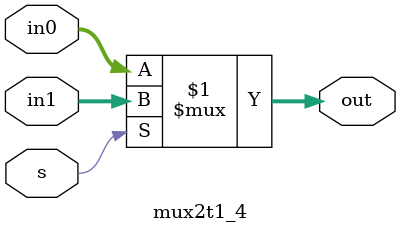
<source format=v>
`timescale 1ns / 1ps
module mux2t1_4(
    input s,
    input [3:0] in0,
    input [3:0] in1,
    output [3:0] out
    );

    assign out = s ? in1 : in0;
    
endmodule

</source>
